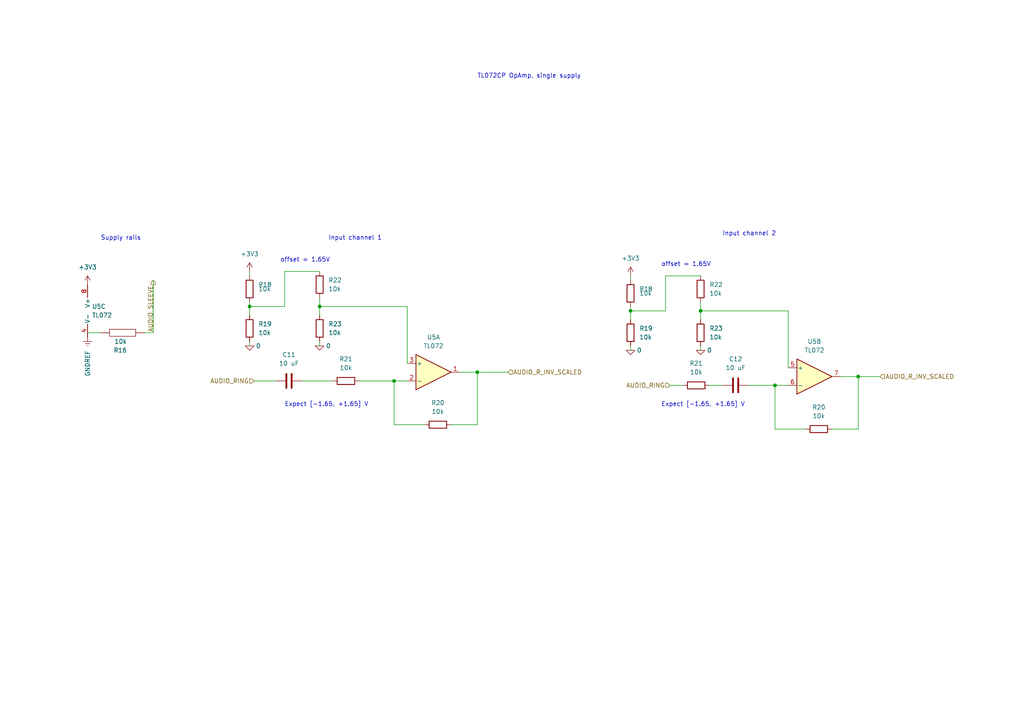
<source format=kicad_sch>
(kicad_sch (version 20230121) (generator eeschema)
  (paper "A4")
  (lib_symbols
    (symbol "Amplifier_Operational:TL072" (pin_names (offset 0.127))
      (property "Reference" "U" (at 0 5.08 0))
      (property "Value" "TL072" (at 0 -5.08 0))
      (symbol "TL072_1_1"
        (polyline (pts (xy -5.08 5.08) (xy 5.08 0) (xy -5.08 -5.08) (xy -5.08 5.08)) (stroke (width 0.254)) (fill (type background)))
        (pin output line (at 7.62 0 180) (length 2.54) (name "~") (number "1"))
        (pin input line (at -7.62 -2.54 0) (length 2.54) (name "-") (number "2"))
        (pin input line (at -7.62 2.54 0) (length 2.54) (name "+") (number "3"))
      )
      (symbol "TL072_2_1"
        (polyline (pts (xy -5.08 5.08) (xy 5.08 0) (xy -5.08 -5.08) (xy -5.08 5.08)) (stroke (width 0.254)) (fill (type background)))
        (pin input line (at -7.62 2.54 0) (length 2.54) (name "+") (number "5"))
        (pin input line (at -7.62 -2.54 0) (length 2.54) (name "-") (number "6"))
        (pin output line (at 7.62 0 180) (length 2.54) (name "~") (number "7"))
      )
      (symbol "TL072_3_1"
        (pin power_in line (at -2.54 -7.62 90) (length 3.81) (name "V-") (number "4"))
        (pin power_in line (at -2.54 7.62 270) (length 3.81) (name "V+") (number "8"))
      )
    )
    (symbol "Device:C" (pin_numbers hide) (pin_names (offset 0.254))
      (property "Reference" "C" (at 0.635 2.54 0))
      (property "Value" "C" (at 0.635 -2.54 0))
      (symbol "C_0_1"
        (polyline (pts (xy -2.032 -0.762) (xy 2.032 -0.762)) (stroke (width 0.508)))
        (polyline (pts (xy -2.032 0.762) (xy 2.032 0.762)) (stroke (width 0.508)))
      )
      (symbol "C_1_1"
        (pin passive line (at 0 3.81 270) (length 2.794) (name "~") (number "1"))
        (pin passive line (at 0 -3.81 90) (length 2.794) (name "~") (number "2"))
      )
    )
    (symbol "Device:R" (pin_numbers hide) (pin_names (offset 0))
      (property "Reference" "R" (at 2.032 0 90))
      (property "Value" "R" (at 0 0 90))
      (symbol "R_0_1"
        (rectangle (start -1.016 -2.54) (end 1.016 2.54) (stroke (width 0.254)))
      )
      (symbol "R_1_1"
        (pin passive line (at 0 3.81 270) (length 1.27) (name "~") (number "1"))
        (pin passive line (at 0 -3.81 90) (length 1.27) (name "~") (number "2"))
      )
    )
    (symbol "Simulation_SPICE:0" (power) (pin_names (offset 0))
      (property "Value" "0" (at 0 -1.778 0))
      (symbol "0_0_1"
        (polyline (pts (xy -1.27 0) (xy 0 -1.27) (xy 1.27 0) (xy -1.27 0)))
      )
      (symbol "0_1_1"
        (pin power_in line (at 0 0 0) (length 0) hide (name "0") (number "1"))
      )
    )
    (symbol "power:+3V3" (power) (pin_names (offset 0))
      (property "Value" "+3V3" (at 0 3.556 0))
      (symbol "+3V3_0_1"
        (polyline (pts (xy -0.762 1.27) (xy 0 2.54)))
        (polyline (pts (xy 0 0) (xy 0 2.54)))
        (polyline (pts (xy 0 2.54) (xy 0.762 1.27)))
      )
      (symbol "+3V3_1_1"
        (pin power_in line (at 0 0 90) (length 0) hide (name "+3V3") (number "1"))
      )
    )
    (symbol "power:GNDREF" (power) (pin_names (offset 0))
      (property "Value" "GNDREF" (at 0 -3.81 0))
      (symbol "GNDREF_0_1"
        (polyline (pts (xy -0.635 -1.905) (xy 0.635 -1.905)))
        (polyline (pts (xy -0.127 -2.54) (xy 0.127 -2.54)))
        (polyline (pts (xy 0 -1.27) (xy 0 0)))
        (polyline (pts (xy 1.27 -1.27) (xy -1.27 -1.27)))
      )
      (symbol "GNDREF_1_1"
        (pin power_in line (at 0 0 270) (length 0) hide (name "GNDREF") (number "1"))
      )
    )
    (symbol "pspice:R" (pin_numbers hide) (pin_names (offset 0))
      (property "Reference" "R" (at 2.032 0 90))
      (property "Value" "R" (at 0 0 90))
      (symbol "R_0_1"
        (rectangle (start -1.016 3.81) (end 1.016 -3.81))
      )
      (symbol "R_1_1"
        (pin passive line (at 0 6.35 270) (length 2.54) (name "~") (number "1"))
        (pin passive line (at 0 -6.35 90) (length 2.54) (name "~") (number "2"))
      )
    )
  )
  (junction (at 248.92 109.22))
  (junction (at 114.3 110.49))
  (junction (at 182.88 90.17))
  (junction (at 138.43 107.95))
  (junction (at 72.39 88.9))
  (junction (at 224.79 111.76))
  (junction (at 203.2 90.17))
  (junction (at 92.71 88.9))
  (wire (pts (xy 182.88 101.6) (xy 182.88 100.33)))
  (wire (pts (xy 123.19 123.19) (xy 114.3 123.19)))
  (wire (pts (xy 224.79 111.76) (xy 228.6 111.76)))
  (wire (pts (xy 205.74 111.76) (xy 209.55 111.76)))
  (wire (pts (xy 133.35 107.95) (xy 138.43 107.95)))
  (wire (pts (xy 114.3 110.49) (xy 118.11 110.49)))
  (wire (pts (xy 25.4 96.52) (xy 29.21 96.52)))
  (wire (pts (xy 182.88 88.9) (xy 182.88 90.17)))
  (wire (pts (xy 72.39 88.9) (xy 72.39 91.44)))
  (wire (pts (xy 182.88 90.17) (xy 193.04 90.17)))
  (wire (pts (xy 72.39 78.74) (xy 72.39 80.01)))
  (wire (pts (xy 82.55 88.9) (xy 82.55 78.74)))
  (wire (pts (xy 217.17 111.76) (xy 224.79 111.76)))
  (wire (pts (xy 248.92 124.46) (xy 241.3 124.46)))
  (wire (pts (xy 73.66 110.49) (xy 80.01 110.49)))
  (wire (pts (xy 248.92 109.22) (xy 255.27 109.22)))
  (wire (pts (xy 138.43 107.95) (xy 138.43 123.19)))
  (wire (pts (xy 182.88 90.17) (xy 182.88 92.71)))
  (wire (pts (xy 72.39 88.9) (xy 82.55 88.9)))
  (wire (pts (xy 92.71 86.36) (xy 92.71 88.9)))
  (wire (pts (xy 72.39 100.33) (xy 72.39 99.06)))
  (wire (pts (xy 194.31 111.76) (xy 198.12 111.76)))
  (wire (pts (xy 138.43 107.95) (xy 147.32 107.95)))
  (wire (pts (xy 44.45 81.28) (xy 44.45 96.52)))
  (wire (pts (xy 92.71 88.9) (xy 118.11 88.9)))
  (wire (pts (xy 138.43 123.19) (xy 130.81 123.19)))
  (wire (pts (xy 228.6 90.17) (xy 228.6 106.68)))
  (wire (pts (xy 203.2 90.17) (xy 203.2 92.71)))
  (wire (pts (xy 72.39 87.63) (xy 72.39 88.9)))
  (wire (pts (xy 193.04 80.01) (xy 203.2 80.01)))
  (wire (pts (xy 118.11 88.9) (xy 118.11 105.41)))
  (wire (pts (xy 92.71 99.06) (xy 92.71 100.33)))
  (wire (pts (xy 203.2 90.17) (xy 228.6 90.17)))
  (wire (pts (xy 87.63 110.49) (xy 96.52 110.49)))
  (wire (pts (xy 82.55 78.74) (xy 92.71 78.74)))
  (wire (pts (xy 203.2 87.63) (xy 203.2 90.17)))
  (wire (pts (xy 41.91 96.52) (xy 44.45 96.52)))
  (wire (pts (xy 193.04 90.17) (xy 193.04 80.01)))
  (wire (pts (xy 243.84 109.22) (xy 248.92 109.22)))
  (wire (pts (xy 92.71 88.9) (xy 92.71 91.44)))
  (wire (pts (xy 114.3 110.49) (xy 114.3 123.19)))
  (wire (pts (xy 248.92 109.22) (xy 248.92 124.46)))
  (wire (pts (xy 224.79 124.46) (xy 224.79 111.76)))
  (wire (pts (xy 203.2 100.33) (xy 203.2 101.6)))
  (wire (pts (xy 233.68 124.46) (xy 224.79 124.46)))
  (wire (pts (xy 104.14 110.49) (xy 114.3 110.49)))
  (wire (pts (xy 182.88 80.01) (xy 182.88 81.28)))
  (text "offset = 1.65V" (at 81.28 76.2 0) (effects (font (size 1.27 1.27)) (justify left bottom)))
  (text "Expect [-1.65, +1.65] V" (at 191.77 118.11 0) (effects (font (size 1.27 1.27)) (justify left bottom)))
  (text "offset = 1.65V" (at 191.77 77.47 0) (effects (font (size 1.27 1.27)) (justify left bottom)))
  (text "Input channel 1" (at 95.25 69.85 0) (effects (font (size 1.27 1.27)) (justify left bottom)))
  (text "Supply rails" (at 29.21 69.85 0) (effects (font (size 1.27 1.27)) (justify left bottom)))
  (text "TL072CP OpAmp, single supply" (at 138.43 22.86 0) (effects (font (size 1.27 1.27)) (justify left bottom)))
  (text "Expect [-1.65, +1.65] V" (at 82.55 118.11 0) (effects (font (size 1.27 1.27)) (justify left bottom)))
  (text "Input channel 2" (at 209.55 68.58 0) (effects (font (size 1.27 1.27)) (justify left bottom)))
  (hierarchical_label "AUDIO_R_INV_SCALED" (shape input) (at 255.27 109.22 0))
  (hierarchical_label "AUDIO_R_INV_SCALED" (shape input) (at 147.32 107.95 0))
  (hierarchical_label "AUDIO_SLEEVE" (shape input) (at 44.45 81.28 270))
  (hierarchical_label "AUDIO_RING" (shape input) (at 194.31 111.76 180))
  (hierarchical_label "AUDIO_RING" (shape input) (at 73.66 110.49 180))
  (symbol (lib_id "Device:C") (at 213.36 111.76 270) (mirror x) (unit 1)
    (property "Reference" "C12" (at 213.36 104.14 90))
    (property "Value" "10 uF" (at 213.36 106.68 90))
  )
  (symbol (lib_id "Simulation_SPICE:0") (at 92.71 100.33 0) (unit 1)
    (property "Reference" "#GND012" (effects hide))
    (property "Value" "0" (at 95.25 100.33 0))
    (instances (project "OpAmpSimulation" (path "" (reference "#GND012") (unit 1))) (project "stm32f030_adc" (path "" (reference "#GND03") (unit 1))))
  )
  (symbol (lib_id "Device:R") (at 237.49 124.46 90) (unit 1)
    (property "Reference" "R20" (at 237.49 118.11 90))
    (property "Value" "10k" (at 237.49 120.65 90))
    (instances (project "OpAmpSimulation" (path "" (reference "R20") (unit 1))) (project "stm32f030_adc" (path "" (reference "R28") (unit 1))))
  )
  (symbol (lib_id "Amplifier_Operational:TL072") (at 236.22 109.22 0) (unit 2)
    (property "Reference" "U5" (at 236.22 99.06 0))
    (property "Value" "TL072" (at 236.22 101.6 0))
    (property "Datasheet" "http://www.ti.com/lit/ds/symlink/tl071.pdf" (effects hide))
    (instances (project "stm32f030_adc" (path "" (reference "U5") (unit 2)) (path "" (reference "U3") (unit 2))))
  )
  (symbol (lib_id "Device:R") (at 203.2 96.52 180) (unit 1)
    (property "Reference" "R23" (at 205.74 95.25 0) (effects (justify right)))
    (property "Value" "10k" (at 205.74 97.79 0) (effects (justify right)))
    (instances (project "OpAmpSimulation" (path "" (reference "R23") (unit 1))) (project "stm32f030_adc" (path "" (reference "R27") (unit 1))))
  )
  (symbol (lib_id "Device:R") (at 92.71 95.25 180) (unit 1)
    (property "Reference" "R23" (at 95.25 93.98 0) (effects (justify right)))
    (property "Value" "10k" (at 95.25 96.52 0) (effects (justify right)))
    (instances (project "OpAmpSimulation" (path "" (reference "R23") (unit 1))) (project "stm32f030_adc" (path "" (reference "R24") (unit 1))))
  )
  (symbol (lib_id "Device:R") (at 127 123.19 90) (unit 1)
    (property "Reference" "R20" (at 127 116.84 90))
    (property "Value" "10k" (at 127 119.38 90))
    (instances (project "OpAmpSimulation" (path "" (reference "R20") (unit 1))) (project "stm32f030_adc" (path "" (reference "R26") (unit 1))))
  )
  (symbol (lib_id "Amplifier_Operational:TL072") (at 125.73 107.95 0) (unit 1)
    (property "Reference" "U5" (at 125.73 97.79 0))
    (property "Value" "TL072" (at 125.73 100.33 0))
    (property "Datasheet" "http://www.ti.com/lit/ds/symlink/tl071.pdf" (effects hide))
    (instances (project "stm32f030_adc" (path "" (reference "U5") (unit 1)) (path "" (reference "U3") (unit 1))))
  )
  (symbol (lib_id "power:+3V3") (at 182.88 80.01 0) (unit 1)
    (property "Reference" "#PWR0104" (effects hide))
    (property "Value" "+3V3" (at 182.88 74.93 0))
    (instances (project "stm32f030_adc" (path "" (reference "#PWR0104") (unit 1)) (path "" (reference "#PWR04") (unit 1))))
  )
  (symbol (lib_id "Device:R") (at 182.88 85.09 180) (unit 1)
    (property "Reference" "R18" (at 185.42 83.82 0) (effects (justify right)))
    (property "Value" "10k" (at 185.42 85.09 0) (effects (justify right)))
    (instances (project "OpAmpSimulation" (path "" (reference "R18") (unit 1))) (project "stm32f030_adc" (path "" (reference "R13") (unit 1))))
  )
  (symbol (lib_id "Device:R") (at 201.93 111.76 90) (unit 1)
    (property "Reference" "R21" (at 201.93 105.41 90))
    (property "Value" "10k" (at 201.93 107.95 90))
    (instances (project "OpAmpSimulation" (path "" (reference "R21") (unit 1))) (project "stm32f030_adc" (path "" (reference "R15") (unit 1))))
  )
  (symbol (lib_id "Device:R") (at 92.71 82.55 180) (unit 1)
    (property "Reference" "R22" (at 95.25 81.28 0) (effects (justify right)))
    (property "Value" "10k" (at 95.25 83.82 0) (effects (justify right)))
    (instances (project "OpAmpSimulation" (path "" (reference "R22") (unit 1))) (project "stm32f030_adc" (path "" (reference "R23") (unit 1))))
  )
  (symbol (lib_id "Device:R") (at 72.39 95.25 180) (unit 1)
    (property "Reference" "R19" (at 74.93 93.98 0) (effects (justify right)))
    (property "Value" "10k" (at 74.93 96.52 0) (effects (justify right)))
    (instances (project "OpAmpSimulation" (path "" (reference "R19") (unit 1))) (project "stm32f030_adc" (path "" (reference "R22") (unit 1))))
  )
  (symbol (lib_id "power:GNDREF") (at 25.4 97.79 0) (unit 1)
    (property "Reference" "#PWR05" (effects hide))
    (property "Value" "GNDREF" (at 25.4001 101.6 90) (effects (justify right)))
  )
  (symbol (lib_id "Device:R") (at 72.39 83.82 180) (unit 1)
    (property "Reference" "R18" (at 74.93 82.55 0) (effects (justify right)))
    (property "Value" "10k" (at 74.93 83.82 0) (effects (justify right)))
    (instances (project "OpAmpSimulation" (path "" (reference "R18") (unit 1))) (project "stm32f030_adc" (path "" (reference "R21") (unit 1))))
  )
  (symbol (lib_id "Simulation_SPICE:0") (at 203.2 101.6 0) (unit 1)
    (property "Reference" "#GND012" (effects hide))
    (property "Value" "0" (at 205.74 101.6 0))
    (instances (project "OpAmpSimulation" (path "" (reference "#GND012") (unit 1))) (project "stm32f030_adc" (path "" (reference "#GND04") (unit 1))))
  )
  (symbol (lib_id "Device:C") (at 83.82 110.49 270) (mirror x) (unit 1)
    (property "Reference" "C11" (at 83.82 102.87 90))
    (property "Value" "10 uF" (at 83.82 105.41 90))
  )
  (symbol (lib_id "Amplifier_Operational:TL072") (at 27.94 90.17 0) (unit 3)
    (property "Reference" "U5" (at 26.67 88.9 0) (effects (justify left)))
    (property "Value" "TL072" (at 26.67 91.44 0) (effects (justify left)))
    (property "Datasheet" "http://www.ti.com/lit/ds/symlink/tl071.pdf" (effects hide))
    (instances (project "stm32f030_adc" (path "" (reference "U5") (unit 3)) (path "" (reference "U3") (unit 3))))
  )
  (symbol (lib_id "power:+3V3") (at 72.39 78.74 0) (unit 1)
    (property "Reference" "#PWR0104" (effects hide))
    (property "Value" "+3V3" (at 72.39 73.66 0))
    (instances (project "stm32f030_adc" (path "" (reference "#PWR0104") (unit 1)) (path "" (reference "#PWR06") (unit 1))))
  )
  (symbol (lib_id "Simulation_SPICE:0") (at 182.88 101.6 0) (unit 1)
    (property "Reference" "#GND011" (effects hide))
    (property "Value" "0" (at 185.42 101.6 0))
    (instances (project "OpAmpSimulation" (path "" (reference "#GND011") (unit 1))) (project "stm32f030_adc" (path "" (reference "#GND01") (unit 1))))
  )
  (symbol (lib_id "Device:R") (at 203.2 83.82 180) (unit 1)
    (property "Reference" "R22" (at 205.74 82.55 0) (effects (justify right)))
    (property "Value" "10k" (at 205.74 85.09 0) (effects (justify right)))
    (instances (project "OpAmpSimulation" (path "" (reference "R22") (unit 1))) (project "stm32f030_adc" (path "" (reference "R16") (unit 1))))
  )
  (symbol (lib_id "Device:R") (at 100.33 110.49 270) (mirror x) (unit 1)
    (property "Reference" "R21" (at 100.33 104.14 90))
    (property "Value" "10k" (at 100.33 106.68 90))
    (instances (project "OpAmpSimulation" (path "" (reference "R21") (unit 1))) (project "stm32f030_adc" (path "" (reference "R25") (unit 1))))
  )
  (symbol (lib_id "Simulation_SPICE:0") (at 72.39 100.33 0) (unit 1)
    (property "Reference" "#GND011" (effects hide))
    (property "Value" "0" (at 74.93 100.33 0))
    (instances (project "OpAmpSimulation" (path "" (reference "#GND011") (unit 1))) (project "stm32f030_adc" (path "" (reference "#GND02") (unit 1))))
  )
  (symbol (lib_id "power:+3V3") (at 25.4 82.55 0) (unit 1)
    (property "Reference" "#PWR0104" (effects hide))
    (property "Value" "+3V3" (at 25.4 77.47 0))
    (instances (project "stm32f030_adc" (path "" (reference "#PWR0104") (unit 1)) (path "" (reference "#PWR07") (unit 1))))
  )
  (symbol (lib_id "Device:R") (at 182.88 96.52 180) (unit 1)
    (property "Reference" "R19" (at 185.42 95.25 0) (effects (justify right)))
    (property "Value" "10k" (at 185.42 97.79 0) (effects (justify right)))
    (instances (project "OpAmpSimulation" (path "" (reference "R19") (unit 1))) (project "stm32f030_adc" (path "" (reference "R14") (unit 1))))
  )
  (symbol (lib_id "pspice:R") (at 35.56 96.52 90) (unit 1)
    (property "Reference" "R16" (at 36.83 101.6 90) (effects (justify left)))
    (property "Value" "10k" (at 36.83 99.06 90) (effects (justify left)))
    (instances (project "stm32f030_adc" (path "" (reference "R16") (unit 1)) (path "" (reference "R3") (unit 1))))
  )
)
</source>
